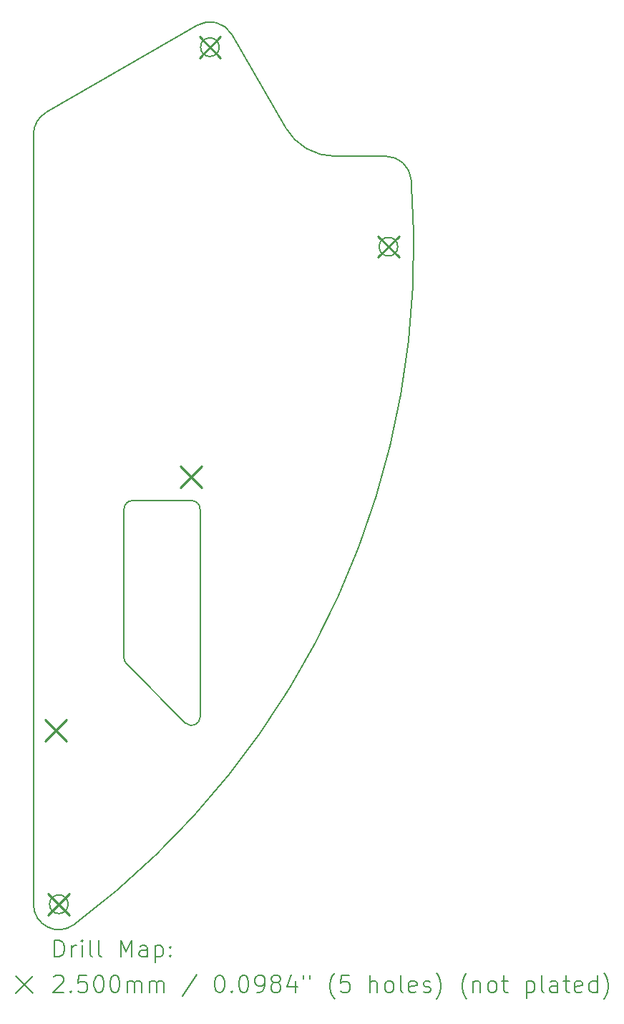
<source format=gbr>
%TF.GenerationSoftware,KiCad,Pcbnew,7.0.9*%
%TF.CreationDate,2024-01-11T17:45:55+09:00*%
%TF.ProjectId,PowerSuplyUnit,506f7765-7253-4757-906c-79556e69742e,rev?*%
%TF.SameCoordinates,Original*%
%TF.FileFunction,Drillmap*%
%TF.FilePolarity,Positive*%
%FSLAX45Y45*%
G04 Gerber Fmt 4.5, Leading zero omitted, Abs format (unit mm)*
G04 Created by KiCad (PCBNEW 7.0.9) date 2024-01-11 17:45:55*
%MOMM*%
%LPD*%
G01*
G04 APERTURE LIST*
%ADD10C,0.200000*%
%ADD11C,0.250000*%
G04 APERTURE END LIST*
D10*
X14224000Y-10541000D02*
X14224000Y-12299579D01*
X14253289Y-12370289D02*
X14953289Y-13070289D01*
X13562822Y-15213582D02*
G75*
G03*
X13562822Y-15213582I-110000J0D01*
G01*
X13632204Y-15454045D02*
G75*
G03*
X17621340Y-6645749I-5979381J8015422D01*
G01*
X15124000Y-10541000D02*
G75*
G03*
X15024000Y-10441000I-100000J0D01*
G01*
X17322285Y-6369535D02*
X16720635Y-6369535D01*
X13152822Y-6111828D02*
X13152822Y-15213582D01*
X14224001Y-12299579D02*
G75*
G03*
X14253289Y-12370289I99999J-1D01*
G01*
X16136068Y-6032035D02*
X15499808Y-4930000D01*
X13152817Y-15213582D02*
G75*
G03*
X13632204Y-15454045I300003J2D01*
G01*
X13302824Y-5852023D02*
G75*
G03*
X13152822Y-6111828I149996J-259807D01*
G01*
X17621340Y-6645749D02*
G75*
G03*
X17322285Y-6369535I-299060J-23791D01*
G01*
X15024000Y-10441000D02*
X14324000Y-10441000D01*
X15124000Y-12999579D02*
X15124000Y-10541000D01*
X15090000Y-4820192D02*
X13302822Y-5852020D01*
X15350000Y-5080000D02*
G75*
G03*
X15350000Y-5080000I-110000J0D01*
G01*
X17462822Y-7438622D02*
G75*
G03*
X17462822Y-7438622I-110000J0D01*
G01*
X16136074Y-6032032D02*
G75*
G03*
X16720635Y-6369535I584566J337492D01*
G01*
X14324000Y-10441000D02*
G75*
G03*
X14224000Y-10541000I0J-100000D01*
G01*
X15499808Y-4930000D02*
G75*
G03*
X15090000Y-4820192I-259808J-150000D01*
G01*
X14953289Y-13070290D02*
G75*
G03*
X15124000Y-12999579I70711J70710D01*
G01*
D11*
X13292550Y-13032200D02*
X13542550Y-13282200D01*
X13542550Y-13032200D02*
X13292550Y-13282200D01*
X13326840Y-15089600D02*
X13576840Y-15339600D01*
X13576840Y-15089600D02*
X13326840Y-15339600D01*
X14892750Y-10035000D02*
X15142750Y-10285000D01*
X15142750Y-10035000D02*
X14892750Y-10285000D01*
X15115000Y-4955000D02*
X15365000Y-5205000D01*
X15365000Y-4955000D02*
X15115000Y-5205000D01*
X17228280Y-7312120D02*
X17478280Y-7562120D01*
X17478280Y-7312120D02*
X17228280Y-7562120D01*
D10*
X13403599Y-15835067D02*
X13403599Y-15635067D01*
X13403599Y-15635067D02*
X13451218Y-15635067D01*
X13451218Y-15635067D02*
X13479789Y-15644591D01*
X13479789Y-15644591D02*
X13498837Y-15663638D01*
X13498837Y-15663638D02*
X13508361Y-15682686D01*
X13508361Y-15682686D02*
X13517885Y-15720781D01*
X13517885Y-15720781D02*
X13517885Y-15749353D01*
X13517885Y-15749353D02*
X13508361Y-15787448D01*
X13508361Y-15787448D02*
X13498837Y-15806495D01*
X13498837Y-15806495D02*
X13479789Y-15825543D01*
X13479789Y-15825543D02*
X13451218Y-15835067D01*
X13451218Y-15835067D02*
X13403599Y-15835067D01*
X13603599Y-15835067D02*
X13603599Y-15701734D01*
X13603599Y-15739829D02*
X13613123Y-15720781D01*
X13613123Y-15720781D02*
X13622647Y-15711257D01*
X13622647Y-15711257D02*
X13641694Y-15701734D01*
X13641694Y-15701734D02*
X13660742Y-15701734D01*
X13727408Y-15835067D02*
X13727408Y-15701734D01*
X13727408Y-15635067D02*
X13717885Y-15644591D01*
X13717885Y-15644591D02*
X13727408Y-15654115D01*
X13727408Y-15654115D02*
X13736932Y-15644591D01*
X13736932Y-15644591D02*
X13727408Y-15635067D01*
X13727408Y-15635067D02*
X13727408Y-15654115D01*
X13851218Y-15835067D02*
X13832170Y-15825543D01*
X13832170Y-15825543D02*
X13822647Y-15806495D01*
X13822647Y-15806495D02*
X13822647Y-15635067D01*
X13955980Y-15835067D02*
X13936932Y-15825543D01*
X13936932Y-15825543D02*
X13927408Y-15806495D01*
X13927408Y-15806495D02*
X13927408Y-15635067D01*
X14184551Y-15835067D02*
X14184551Y-15635067D01*
X14184551Y-15635067D02*
X14251218Y-15777924D01*
X14251218Y-15777924D02*
X14317885Y-15635067D01*
X14317885Y-15635067D02*
X14317885Y-15835067D01*
X14498837Y-15835067D02*
X14498837Y-15730305D01*
X14498837Y-15730305D02*
X14489313Y-15711257D01*
X14489313Y-15711257D02*
X14470266Y-15701734D01*
X14470266Y-15701734D02*
X14432170Y-15701734D01*
X14432170Y-15701734D02*
X14413123Y-15711257D01*
X14498837Y-15825543D02*
X14479789Y-15835067D01*
X14479789Y-15835067D02*
X14432170Y-15835067D01*
X14432170Y-15835067D02*
X14413123Y-15825543D01*
X14413123Y-15825543D02*
X14403599Y-15806495D01*
X14403599Y-15806495D02*
X14403599Y-15787448D01*
X14403599Y-15787448D02*
X14413123Y-15768400D01*
X14413123Y-15768400D02*
X14432170Y-15758876D01*
X14432170Y-15758876D02*
X14479789Y-15758876D01*
X14479789Y-15758876D02*
X14498837Y-15749353D01*
X14594075Y-15701734D02*
X14594075Y-15901734D01*
X14594075Y-15711257D02*
X14613123Y-15701734D01*
X14613123Y-15701734D02*
X14651218Y-15701734D01*
X14651218Y-15701734D02*
X14670266Y-15711257D01*
X14670266Y-15711257D02*
X14679789Y-15720781D01*
X14679789Y-15720781D02*
X14689313Y-15739829D01*
X14689313Y-15739829D02*
X14689313Y-15796972D01*
X14689313Y-15796972D02*
X14679789Y-15816019D01*
X14679789Y-15816019D02*
X14670266Y-15825543D01*
X14670266Y-15825543D02*
X14651218Y-15835067D01*
X14651218Y-15835067D02*
X14613123Y-15835067D01*
X14613123Y-15835067D02*
X14594075Y-15825543D01*
X14775028Y-15816019D02*
X14784551Y-15825543D01*
X14784551Y-15825543D02*
X14775028Y-15835067D01*
X14775028Y-15835067D02*
X14765504Y-15825543D01*
X14765504Y-15825543D02*
X14775028Y-15816019D01*
X14775028Y-15816019D02*
X14775028Y-15835067D01*
X14775028Y-15711257D02*
X14784551Y-15720781D01*
X14784551Y-15720781D02*
X14775028Y-15730305D01*
X14775028Y-15730305D02*
X14765504Y-15720781D01*
X14765504Y-15720781D02*
X14775028Y-15711257D01*
X14775028Y-15711257D02*
X14775028Y-15730305D01*
X12942822Y-16063583D02*
X13142822Y-16263583D01*
X13142822Y-16063583D02*
X12942822Y-16263583D01*
X13394075Y-16074115D02*
X13403599Y-16064591D01*
X13403599Y-16064591D02*
X13422647Y-16055067D01*
X13422647Y-16055067D02*
X13470266Y-16055067D01*
X13470266Y-16055067D02*
X13489313Y-16064591D01*
X13489313Y-16064591D02*
X13498837Y-16074115D01*
X13498837Y-16074115D02*
X13508361Y-16093162D01*
X13508361Y-16093162D02*
X13508361Y-16112210D01*
X13508361Y-16112210D02*
X13498837Y-16140781D01*
X13498837Y-16140781D02*
X13384551Y-16255067D01*
X13384551Y-16255067D02*
X13508361Y-16255067D01*
X13594075Y-16236019D02*
X13603599Y-16245543D01*
X13603599Y-16245543D02*
X13594075Y-16255067D01*
X13594075Y-16255067D02*
X13584551Y-16245543D01*
X13584551Y-16245543D02*
X13594075Y-16236019D01*
X13594075Y-16236019D02*
X13594075Y-16255067D01*
X13784551Y-16055067D02*
X13689313Y-16055067D01*
X13689313Y-16055067D02*
X13679789Y-16150305D01*
X13679789Y-16150305D02*
X13689313Y-16140781D01*
X13689313Y-16140781D02*
X13708361Y-16131257D01*
X13708361Y-16131257D02*
X13755980Y-16131257D01*
X13755980Y-16131257D02*
X13775028Y-16140781D01*
X13775028Y-16140781D02*
X13784551Y-16150305D01*
X13784551Y-16150305D02*
X13794075Y-16169353D01*
X13794075Y-16169353D02*
X13794075Y-16216972D01*
X13794075Y-16216972D02*
X13784551Y-16236019D01*
X13784551Y-16236019D02*
X13775028Y-16245543D01*
X13775028Y-16245543D02*
X13755980Y-16255067D01*
X13755980Y-16255067D02*
X13708361Y-16255067D01*
X13708361Y-16255067D02*
X13689313Y-16245543D01*
X13689313Y-16245543D02*
X13679789Y-16236019D01*
X13917885Y-16055067D02*
X13936932Y-16055067D01*
X13936932Y-16055067D02*
X13955980Y-16064591D01*
X13955980Y-16064591D02*
X13965504Y-16074115D01*
X13965504Y-16074115D02*
X13975028Y-16093162D01*
X13975028Y-16093162D02*
X13984551Y-16131257D01*
X13984551Y-16131257D02*
X13984551Y-16178876D01*
X13984551Y-16178876D02*
X13975028Y-16216972D01*
X13975028Y-16216972D02*
X13965504Y-16236019D01*
X13965504Y-16236019D02*
X13955980Y-16245543D01*
X13955980Y-16245543D02*
X13936932Y-16255067D01*
X13936932Y-16255067D02*
X13917885Y-16255067D01*
X13917885Y-16255067D02*
X13898837Y-16245543D01*
X13898837Y-16245543D02*
X13889313Y-16236019D01*
X13889313Y-16236019D02*
X13879789Y-16216972D01*
X13879789Y-16216972D02*
X13870266Y-16178876D01*
X13870266Y-16178876D02*
X13870266Y-16131257D01*
X13870266Y-16131257D02*
X13879789Y-16093162D01*
X13879789Y-16093162D02*
X13889313Y-16074115D01*
X13889313Y-16074115D02*
X13898837Y-16064591D01*
X13898837Y-16064591D02*
X13917885Y-16055067D01*
X14108361Y-16055067D02*
X14127409Y-16055067D01*
X14127409Y-16055067D02*
X14146456Y-16064591D01*
X14146456Y-16064591D02*
X14155980Y-16074115D01*
X14155980Y-16074115D02*
X14165504Y-16093162D01*
X14165504Y-16093162D02*
X14175028Y-16131257D01*
X14175028Y-16131257D02*
X14175028Y-16178876D01*
X14175028Y-16178876D02*
X14165504Y-16216972D01*
X14165504Y-16216972D02*
X14155980Y-16236019D01*
X14155980Y-16236019D02*
X14146456Y-16245543D01*
X14146456Y-16245543D02*
X14127409Y-16255067D01*
X14127409Y-16255067D02*
X14108361Y-16255067D01*
X14108361Y-16255067D02*
X14089313Y-16245543D01*
X14089313Y-16245543D02*
X14079789Y-16236019D01*
X14079789Y-16236019D02*
X14070266Y-16216972D01*
X14070266Y-16216972D02*
X14060742Y-16178876D01*
X14060742Y-16178876D02*
X14060742Y-16131257D01*
X14060742Y-16131257D02*
X14070266Y-16093162D01*
X14070266Y-16093162D02*
X14079789Y-16074115D01*
X14079789Y-16074115D02*
X14089313Y-16064591D01*
X14089313Y-16064591D02*
X14108361Y-16055067D01*
X14260742Y-16255067D02*
X14260742Y-16121734D01*
X14260742Y-16140781D02*
X14270266Y-16131257D01*
X14270266Y-16131257D02*
X14289313Y-16121734D01*
X14289313Y-16121734D02*
X14317885Y-16121734D01*
X14317885Y-16121734D02*
X14336932Y-16131257D01*
X14336932Y-16131257D02*
X14346456Y-16150305D01*
X14346456Y-16150305D02*
X14346456Y-16255067D01*
X14346456Y-16150305D02*
X14355980Y-16131257D01*
X14355980Y-16131257D02*
X14375028Y-16121734D01*
X14375028Y-16121734D02*
X14403599Y-16121734D01*
X14403599Y-16121734D02*
X14422647Y-16131257D01*
X14422647Y-16131257D02*
X14432170Y-16150305D01*
X14432170Y-16150305D02*
X14432170Y-16255067D01*
X14527409Y-16255067D02*
X14527409Y-16121734D01*
X14527409Y-16140781D02*
X14536932Y-16131257D01*
X14536932Y-16131257D02*
X14555980Y-16121734D01*
X14555980Y-16121734D02*
X14584551Y-16121734D01*
X14584551Y-16121734D02*
X14603599Y-16131257D01*
X14603599Y-16131257D02*
X14613123Y-16150305D01*
X14613123Y-16150305D02*
X14613123Y-16255067D01*
X14613123Y-16150305D02*
X14622647Y-16131257D01*
X14622647Y-16131257D02*
X14641694Y-16121734D01*
X14641694Y-16121734D02*
X14670266Y-16121734D01*
X14670266Y-16121734D02*
X14689313Y-16131257D01*
X14689313Y-16131257D02*
X14698837Y-16150305D01*
X14698837Y-16150305D02*
X14698837Y-16255067D01*
X15089313Y-16045543D02*
X14917885Y-16302686D01*
X15346456Y-16055067D02*
X15365504Y-16055067D01*
X15365504Y-16055067D02*
X15384552Y-16064591D01*
X15384552Y-16064591D02*
X15394075Y-16074115D01*
X15394075Y-16074115D02*
X15403599Y-16093162D01*
X15403599Y-16093162D02*
X15413123Y-16131257D01*
X15413123Y-16131257D02*
X15413123Y-16178876D01*
X15413123Y-16178876D02*
X15403599Y-16216972D01*
X15403599Y-16216972D02*
X15394075Y-16236019D01*
X15394075Y-16236019D02*
X15384552Y-16245543D01*
X15384552Y-16245543D02*
X15365504Y-16255067D01*
X15365504Y-16255067D02*
X15346456Y-16255067D01*
X15346456Y-16255067D02*
X15327409Y-16245543D01*
X15327409Y-16245543D02*
X15317885Y-16236019D01*
X15317885Y-16236019D02*
X15308361Y-16216972D01*
X15308361Y-16216972D02*
X15298837Y-16178876D01*
X15298837Y-16178876D02*
X15298837Y-16131257D01*
X15298837Y-16131257D02*
X15308361Y-16093162D01*
X15308361Y-16093162D02*
X15317885Y-16074115D01*
X15317885Y-16074115D02*
X15327409Y-16064591D01*
X15327409Y-16064591D02*
X15346456Y-16055067D01*
X15498837Y-16236019D02*
X15508361Y-16245543D01*
X15508361Y-16245543D02*
X15498837Y-16255067D01*
X15498837Y-16255067D02*
X15489313Y-16245543D01*
X15489313Y-16245543D02*
X15498837Y-16236019D01*
X15498837Y-16236019D02*
X15498837Y-16255067D01*
X15632171Y-16055067D02*
X15651218Y-16055067D01*
X15651218Y-16055067D02*
X15670266Y-16064591D01*
X15670266Y-16064591D02*
X15679790Y-16074115D01*
X15679790Y-16074115D02*
X15689313Y-16093162D01*
X15689313Y-16093162D02*
X15698837Y-16131257D01*
X15698837Y-16131257D02*
X15698837Y-16178876D01*
X15698837Y-16178876D02*
X15689313Y-16216972D01*
X15689313Y-16216972D02*
X15679790Y-16236019D01*
X15679790Y-16236019D02*
X15670266Y-16245543D01*
X15670266Y-16245543D02*
X15651218Y-16255067D01*
X15651218Y-16255067D02*
X15632171Y-16255067D01*
X15632171Y-16255067D02*
X15613123Y-16245543D01*
X15613123Y-16245543D02*
X15603599Y-16236019D01*
X15603599Y-16236019D02*
X15594075Y-16216972D01*
X15594075Y-16216972D02*
X15584552Y-16178876D01*
X15584552Y-16178876D02*
X15584552Y-16131257D01*
X15584552Y-16131257D02*
X15594075Y-16093162D01*
X15594075Y-16093162D02*
X15603599Y-16074115D01*
X15603599Y-16074115D02*
X15613123Y-16064591D01*
X15613123Y-16064591D02*
X15632171Y-16055067D01*
X15794075Y-16255067D02*
X15832171Y-16255067D01*
X15832171Y-16255067D02*
X15851218Y-16245543D01*
X15851218Y-16245543D02*
X15860742Y-16236019D01*
X15860742Y-16236019D02*
X15879790Y-16207448D01*
X15879790Y-16207448D02*
X15889313Y-16169353D01*
X15889313Y-16169353D02*
X15889313Y-16093162D01*
X15889313Y-16093162D02*
X15879790Y-16074115D01*
X15879790Y-16074115D02*
X15870266Y-16064591D01*
X15870266Y-16064591D02*
X15851218Y-16055067D01*
X15851218Y-16055067D02*
X15813123Y-16055067D01*
X15813123Y-16055067D02*
X15794075Y-16064591D01*
X15794075Y-16064591D02*
X15784552Y-16074115D01*
X15784552Y-16074115D02*
X15775028Y-16093162D01*
X15775028Y-16093162D02*
X15775028Y-16140781D01*
X15775028Y-16140781D02*
X15784552Y-16159829D01*
X15784552Y-16159829D02*
X15794075Y-16169353D01*
X15794075Y-16169353D02*
X15813123Y-16178876D01*
X15813123Y-16178876D02*
X15851218Y-16178876D01*
X15851218Y-16178876D02*
X15870266Y-16169353D01*
X15870266Y-16169353D02*
X15879790Y-16159829D01*
X15879790Y-16159829D02*
X15889313Y-16140781D01*
X16003599Y-16140781D02*
X15984552Y-16131257D01*
X15984552Y-16131257D02*
X15975028Y-16121734D01*
X15975028Y-16121734D02*
X15965504Y-16102686D01*
X15965504Y-16102686D02*
X15965504Y-16093162D01*
X15965504Y-16093162D02*
X15975028Y-16074115D01*
X15975028Y-16074115D02*
X15984552Y-16064591D01*
X15984552Y-16064591D02*
X16003599Y-16055067D01*
X16003599Y-16055067D02*
X16041694Y-16055067D01*
X16041694Y-16055067D02*
X16060742Y-16064591D01*
X16060742Y-16064591D02*
X16070266Y-16074115D01*
X16070266Y-16074115D02*
X16079790Y-16093162D01*
X16079790Y-16093162D02*
X16079790Y-16102686D01*
X16079790Y-16102686D02*
X16070266Y-16121734D01*
X16070266Y-16121734D02*
X16060742Y-16131257D01*
X16060742Y-16131257D02*
X16041694Y-16140781D01*
X16041694Y-16140781D02*
X16003599Y-16140781D01*
X16003599Y-16140781D02*
X15984552Y-16150305D01*
X15984552Y-16150305D02*
X15975028Y-16159829D01*
X15975028Y-16159829D02*
X15965504Y-16178876D01*
X15965504Y-16178876D02*
X15965504Y-16216972D01*
X15965504Y-16216972D02*
X15975028Y-16236019D01*
X15975028Y-16236019D02*
X15984552Y-16245543D01*
X15984552Y-16245543D02*
X16003599Y-16255067D01*
X16003599Y-16255067D02*
X16041694Y-16255067D01*
X16041694Y-16255067D02*
X16060742Y-16245543D01*
X16060742Y-16245543D02*
X16070266Y-16236019D01*
X16070266Y-16236019D02*
X16079790Y-16216972D01*
X16079790Y-16216972D02*
X16079790Y-16178876D01*
X16079790Y-16178876D02*
X16070266Y-16159829D01*
X16070266Y-16159829D02*
X16060742Y-16150305D01*
X16060742Y-16150305D02*
X16041694Y-16140781D01*
X16251218Y-16121734D02*
X16251218Y-16255067D01*
X16203599Y-16045543D02*
X16155980Y-16188400D01*
X16155980Y-16188400D02*
X16279790Y-16188400D01*
X16346456Y-16055067D02*
X16346456Y-16093162D01*
X16422647Y-16055067D02*
X16422647Y-16093162D01*
X16717885Y-16331257D02*
X16708361Y-16321734D01*
X16708361Y-16321734D02*
X16689314Y-16293162D01*
X16689314Y-16293162D02*
X16679790Y-16274115D01*
X16679790Y-16274115D02*
X16670266Y-16245543D01*
X16670266Y-16245543D02*
X16660742Y-16197924D01*
X16660742Y-16197924D02*
X16660742Y-16159829D01*
X16660742Y-16159829D02*
X16670266Y-16112210D01*
X16670266Y-16112210D02*
X16679790Y-16083638D01*
X16679790Y-16083638D02*
X16689314Y-16064591D01*
X16689314Y-16064591D02*
X16708361Y-16036019D01*
X16708361Y-16036019D02*
X16717885Y-16026495D01*
X16889314Y-16055067D02*
X16794076Y-16055067D01*
X16794076Y-16055067D02*
X16784552Y-16150305D01*
X16784552Y-16150305D02*
X16794076Y-16140781D01*
X16794076Y-16140781D02*
X16813123Y-16131257D01*
X16813123Y-16131257D02*
X16860742Y-16131257D01*
X16860742Y-16131257D02*
X16879790Y-16140781D01*
X16879790Y-16140781D02*
X16889314Y-16150305D01*
X16889314Y-16150305D02*
X16898837Y-16169353D01*
X16898837Y-16169353D02*
X16898837Y-16216972D01*
X16898837Y-16216972D02*
X16889314Y-16236019D01*
X16889314Y-16236019D02*
X16879790Y-16245543D01*
X16879790Y-16245543D02*
X16860742Y-16255067D01*
X16860742Y-16255067D02*
X16813123Y-16255067D01*
X16813123Y-16255067D02*
X16794076Y-16245543D01*
X16794076Y-16245543D02*
X16784552Y-16236019D01*
X17136933Y-16255067D02*
X17136933Y-16055067D01*
X17222647Y-16255067D02*
X17222647Y-16150305D01*
X17222647Y-16150305D02*
X17213123Y-16131257D01*
X17213123Y-16131257D02*
X17194076Y-16121734D01*
X17194076Y-16121734D02*
X17165504Y-16121734D01*
X17165504Y-16121734D02*
X17146457Y-16131257D01*
X17146457Y-16131257D02*
X17136933Y-16140781D01*
X17346457Y-16255067D02*
X17327409Y-16245543D01*
X17327409Y-16245543D02*
X17317885Y-16236019D01*
X17317885Y-16236019D02*
X17308361Y-16216972D01*
X17308361Y-16216972D02*
X17308361Y-16159829D01*
X17308361Y-16159829D02*
X17317885Y-16140781D01*
X17317885Y-16140781D02*
X17327409Y-16131257D01*
X17327409Y-16131257D02*
X17346457Y-16121734D01*
X17346457Y-16121734D02*
X17375028Y-16121734D01*
X17375028Y-16121734D02*
X17394076Y-16131257D01*
X17394076Y-16131257D02*
X17403599Y-16140781D01*
X17403599Y-16140781D02*
X17413123Y-16159829D01*
X17413123Y-16159829D02*
X17413123Y-16216972D01*
X17413123Y-16216972D02*
X17403599Y-16236019D01*
X17403599Y-16236019D02*
X17394076Y-16245543D01*
X17394076Y-16245543D02*
X17375028Y-16255067D01*
X17375028Y-16255067D02*
X17346457Y-16255067D01*
X17527409Y-16255067D02*
X17508361Y-16245543D01*
X17508361Y-16245543D02*
X17498838Y-16226495D01*
X17498838Y-16226495D02*
X17498838Y-16055067D01*
X17679790Y-16245543D02*
X17660742Y-16255067D01*
X17660742Y-16255067D02*
X17622647Y-16255067D01*
X17622647Y-16255067D02*
X17603599Y-16245543D01*
X17603599Y-16245543D02*
X17594076Y-16226495D01*
X17594076Y-16226495D02*
X17594076Y-16150305D01*
X17594076Y-16150305D02*
X17603599Y-16131257D01*
X17603599Y-16131257D02*
X17622647Y-16121734D01*
X17622647Y-16121734D02*
X17660742Y-16121734D01*
X17660742Y-16121734D02*
X17679790Y-16131257D01*
X17679790Y-16131257D02*
X17689314Y-16150305D01*
X17689314Y-16150305D02*
X17689314Y-16169353D01*
X17689314Y-16169353D02*
X17594076Y-16188400D01*
X17765504Y-16245543D02*
X17784552Y-16255067D01*
X17784552Y-16255067D02*
X17822647Y-16255067D01*
X17822647Y-16255067D02*
X17841695Y-16245543D01*
X17841695Y-16245543D02*
X17851219Y-16226495D01*
X17851219Y-16226495D02*
X17851219Y-16216972D01*
X17851219Y-16216972D02*
X17841695Y-16197924D01*
X17841695Y-16197924D02*
X17822647Y-16188400D01*
X17822647Y-16188400D02*
X17794076Y-16188400D01*
X17794076Y-16188400D02*
X17775028Y-16178876D01*
X17775028Y-16178876D02*
X17765504Y-16159829D01*
X17765504Y-16159829D02*
X17765504Y-16150305D01*
X17765504Y-16150305D02*
X17775028Y-16131257D01*
X17775028Y-16131257D02*
X17794076Y-16121734D01*
X17794076Y-16121734D02*
X17822647Y-16121734D01*
X17822647Y-16121734D02*
X17841695Y-16131257D01*
X17917885Y-16331257D02*
X17927409Y-16321734D01*
X17927409Y-16321734D02*
X17946457Y-16293162D01*
X17946457Y-16293162D02*
X17955980Y-16274115D01*
X17955980Y-16274115D02*
X17965504Y-16245543D01*
X17965504Y-16245543D02*
X17975028Y-16197924D01*
X17975028Y-16197924D02*
X17975028Y-16159829D01*
X17975028Y-16159829D02*
X17965504Y-16112210D01*
X17965504Y-16112210D02*
X17955980Y-16083638D01*
X17955980Y-16083638D02*
X17946457Y-16064591D01*
X17946457Y-16064591D02*
X17927409Y-16036019D01*
X17927409Y-16036019D02*
X17917885Y-16026495D01*
X18279790Y-16331257D02*
X18270266Y-16321734D01*
X18270266Y-16321734D02*
X18251219Y-16293162D01*
X18251219Y-16293162D02*
X18241695Y-16274115D01*
X18241695Y-16274115D02*
X18232171Y-16245543D01*
X18232171Y-16245543D02*
X18222647Y-16197924D01*
X18222647Y-16197924D02*
X18222647Y-16159829D01*
X18222647Y-16159829D02*
X18232171Y-16112210D01*
X18232171Y-16112210D02*
X18241695Y-16083638D01*
X18241695Y-16083638D02*
X18251219Y-16064591D01*
X18251219Y-16064591D02*
X18270266Y-16036019D01*
X18270266Y-16036019D02*
X18279790Y-16026495D01*
X18355980Y-16121734D02*
X18355980Y-16255067D01*
X18355980Y-16140781D02*
X18365504Y-16131257D01*
X18365504Y-16131257D02*
X18384552Y-16121734D01*
X18384552Y-16121734D02*
X18413123Y-16121734D01*
X18413123Y-16121734D02*
X18432171Y-16131257D01*
X18432171Y-16131257D02*
X18441695Y-16150305D01*
X18441695Y-16150305D02*
X18441695Y-16255067D01*
X18565504Y-16255067D02*
X18546457Y-16245543D01*
X18546457Y-16245543D02*
X18536933Y-16236019D01*
X18536933Y-16236019D02*
X18527409Y-16216972D01*
X18527409Y-16216972D02*
X18527409Y-16159829D01*
X18527409Y-16159829D02*
X18536933Y-16140781D01*
X18536933Y-16140781D02*
X18546457Y-16131257D01*
X18546457Y-16131257D02*
X18565504Y-16121734D01*
X18565504Y-16121734D02*
X18594076Y-16121734D01*
X18594076Y-16121734D02*
X18613123Y-16131257D01*
X18613123Y-16131257D02*
X18622647Y-16140781D01*
X18622647Y-16140781D02*
X18632171Y-16159829D01*
X18632171Y-16159829D02*
X18632171Y-16216972D01*
X18632171Y-16216972D02*
X18622647Y-16236019D01*
X18622647Y-16236019D02*
X18613123Y-16245543D01*
X18613123Y-16245543D02*
X18594076Y-16255067D01*
X18594076Y-16255067D02*
X18565504Y-16255067D01*
X18689314Y-16121734D02*
X18765504Y-16121734D01*
X18717885Y-16055067D02*
X18717885Y-16226495D01*
X18717885Y-16226495D02*
X18727409Y-16245543D01*
X18727409Y-16245543D02*
X18746457Y-16255067D01*
X18746457Y-16255067D02*
X18765504Y-16255067D01*
X18984552Y-16121734D02*
X18984552Y-16321734D01*
X18984552Y-16131257D02*
X19003600Y-16121734D01*
X19003600Y-16121734D02*
X19041695Y-16121734D01*
X19041695Y-16121734D02*
X19060742Y-16131257D01*
X19060742Y-16131257D02*
X19070266Y-16140781D01*
X19070266Y-16140781D02*
X19079790Y-16159829D01*
X19079790Y-16159829D02*
X19079790Y-16216972D01*
X19079790Y-16216972D02*
X19070266Y-16236019D01*
X19070266Y-16236019D02*
X19060742Y-16245543D01*
X19060742Y-16245543D02*
X19041695Y-16255067D01*
X19041695Y-16255067D02*
X19003600Y-16255067D01*
X19003600Y-16255067D02*
X18984552Y-16245543D01*
X19194076Y-16255067D02*
X19175028Y-16245543D01*
X19175028Y-16245543D02*
X19165504Y-16226495D01*
X19165504Y-16226495D02*
X19165504Y-16055067D01*
X19355981Y-16255067D02*
X19355981Y-16150305D01*
X19355981Y-16150305D02*
X19346457Y-16131257D01*
X19346457Y-16131257D02*
X19327409Y-16121734D01*
X19327409Y-16121734D02*
X19289314Y-16121734D01*
X19289314Y-16121734D02*
X19270266Y-16131257D01*
X19355981Y-16245543D02*
X19336933Y-16255067D01*
X19336933Y-16255067D02*
X19289314Y-16255067D01*
X19289314Y-16255067D02*
X19270266Y-16245543D01*
X19270266Y-16245543D02*
X19260742Y-16226495D01*
X19260742Y-16226495D02*
X19260742Y-16207448D01*
X19260742Y-16207448D02*
X19270266Y-16188400D01*
X19270266Y-16188400D02*
X19289314Y-16178876D01*
X19289314Y-16178876D02*
X19336933Y-16178876D01*
X19336933Y-16178876D02*
X19355981Y-16169353D01*
X19422647Y-16121734D02*
X19498838Y-16121734D01*
X19451219Y-16055067D02*
X19451219Y-16226495D01*
X19451219Y-16226495D02*
X19460742Y-16245543D01*
X19460742Y-16245543D02*
X19479790Y-16255067D01*
X19479790Y-16255067D02*
X19498838Y-16255067D01*
X19641695Y-16245543D02*
X19622647Y-16255067D01*
X19622647Y-16255067D02*
X19584552Y-16255067D01*
X19584552Y-16255067D02*
X19565504Y-16245543D01*
X19565504Y-16245543D02*
X19555981Y-16226495D01*
X19555981Y-16226495D02*
X19555981Y-16150305D01*
X19555981Y-16150305D02*
X19565504Y-16131257D01*
X19565504Y-16131257D02*
X19584552Y-16121734D01*
X19584552Y-16121734D02*
X19622647Y-16121734D01*
X19622647Y-16121734D02*
X19641695Y-16131257D01*
X19641695Y-16131257D02*
X19651219Y-16150305D01*
X19651219Y-16150305D02*
X19651219Y-16169353D01*
X19651219Y-16169353D02*
X19555981Y-16188400D01*
X19822647Y-16255067D02*
X19822647Y-16055067D01*
X19822647Y-16245543D02*
X19803600Y-16255067D01*
X19803600Y-16255067D02*
X19765504Y-16255067D01*
X19765504Y-16255067D02*
X19746457Y-16245543D01*
X19746457Y-16245543D02*
X19736933Y-16236019D01*
X19736933Y-16236019D02*
X19727409Y-16216972D01*
X19727409Y-16216972D02*
X19727409Y-16159829D01*
X19727409Y-16159829D02*
X19736933Y-16140781D01*
X19736933Y-16140781D02*
X19746457Y-16131257D01*
X19746457Y-16131257D02*
X19765504Y-16121734D01*
X19765504Y-16121734D02*
X19803600Y-16121734D01*
X19803600Y-16121734D02*
X19822647Y-16131257D01*
X19898838Y-16331257D02*
X19908362Y-16321734D01*
X19908362Y-16321734D02*
X19927409Y-16293162D01*
X19927409Y-16293162D02*
X19936933Y-16274115D01*
X19936933Y-16274115D02*
X19946457Y-16245543D01*
X19946457Y-16245543D02*
X19955981Y-16197924D01*
X19955981Y-16197924D02*
X19955981Y-16159829D01*
X19955981Y-16159829D02*
X19946457Y-16112210D01*
X19946457Y-16112210D02*
X19936933Y-16083638D01*
X19936933Y-16083638D02*
X19927409Y-16064591D01*
X19927409Y-16064591D02*
X19908362Y-16036019D01*
X19908362Y-16036019D02*
X19898838Y-16026495D01*
M02*

</source>
